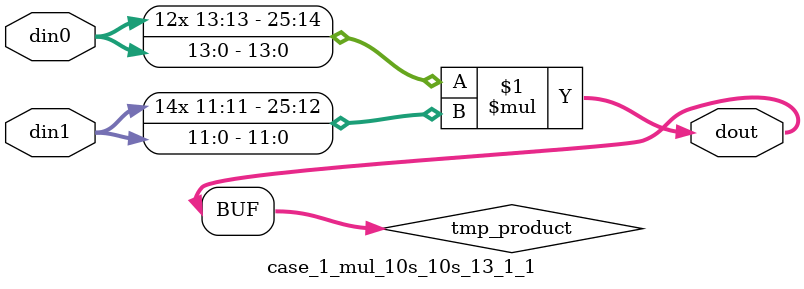
<source format=v>

`timescale 1 ns / 1 ps

 module case_1_mul_10s_10s_13_1_1(din0, din1, dout);
parameter ID = 1;
parameter NUM_STAGE = 0;
parameter din0_WIDTH = 14;
parameter din1_WIDTH = 12;
parameter dout_WIDTH = 26;

input [din0_WIDTH - 1 : 0] din0; 
input [din1_WIDTH - 1 : 0] din1; 
output [dout_WIDTH - 1 : 0] dout;

wire signed [dout_WIDTH - 1 : 0] tmp_product;



























assign tmp_product = $signed(din0) * $signed(din1);








assign dout = tmp_product;





















endmodule

</source>
